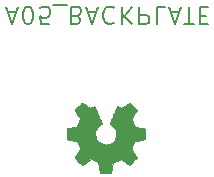
<source format=gbr>
G04 #@! TF.GenerationSoftware,KiCad,Pcbnew,5.1.5-52549c5~86~ubuntu18.04.1*
G04 #@! TF.CreationDate,2020-09-01T14:16:45-05:00*
G04 #@! TF.ProjectId,A05,4130352e-6b69-4636-9164-5f7063625858,rev?*
G04 #@! TF.SameCoordinates,Original*
G04 #@! TF.FileFunction,Legend,Bot*
G04 #@! TF.FilePolarity,Positive*
%FSLAX46Y46*%
G04 Gerber Fmt 4.6, Leading zero omitted, Abs format (unit mm)*
G04 Created by KiCad (PCBNEW 5.1.5-52549c5~86~ubuntu18.04.1) date 2020-09-01 14:16:45*
%MOMM*%
%LPD*%
G04 APERTURE LIST*
%ADD10C,0.150000*%
%ADD11C,0.010000*%
G04 APERTURE END LIST*
D10*
X30514400Y-38637400D02*
X31228685Y-38637400D01*
X30371542Y-38208828D02*
X30871542Y-39708828D01*
X31371542Y-38208828D01*
X32157257Y-39708828D02*
X32300114Y-39708828D01*
X32442971Y-39637400D01*
X32514400Y-39565971D01*
X32585828Y-39423114D01*
X32657257Y-39137400D01*
X32657257Y-38780257D01*
X32585828Y-38494542D01*
X32514400Y-38351685D01*
X32442971Y-38280257D01*
X32300114Y-38208828D01*
X32157257Y-38208828D01*
X32014400Y-38280257D01*
X31942971Y-38351685D01*
X31871542Y-38494542D01*
X31800114Y-38780257D01*
X31800114Y-39137400D01*
X31871542Y-39423114D01*
X31942971Y-39565971D01*
X32014400Y-39637400D01*
X32157257Y-39708828D01*
X34014400Y-39708828D02*
X33300114Y-39708828D01*
X33228685Y-38994542D01*
X33300114Y-39065971D01*
X33442971Y-39137400D01*
X33800114Y-39137400D01*
X33942971Y-39065971D01*
X34014400Y-38994542D01*
X34085828Y-38851685D01*
X34085828Y-38494542D01*
X34014400Y-38351685D01*
X33942971Y-38280257D01*
X33800114Y-38208828D01*
X33442971Y-38208828D01*
X33300114Y-38280257D01*
X33228685Y-38351685D01*
X34371542Y-38065971D02*
X35514400Y-38065971D01*
X36371542Y-38994542D02*
X36585828Y-38923114D01*
X36657257Y-38851685D01*
X36728685Y-38708828D01*
X36728685Y-38494542D01*
X36657257Y-38351685D01*
X36585828Y-38280257D01*
X36442971Y-38208828D01*
X35871542Y-38208828D01*
X35871542Y-39708828D01*
X36371542Y-39708828D01*
X36514400Y-39637400D01*
X36585828Y-39565971D01*
X36657257Y-39423114D01*
X36657257Y-39280257D01*
X36585828Y-39137400D01*
X36514400Y-39065971D01*
X36371542Y-38994542D01*
X35871542Y-38994542D01*
X37300114Y-38637400D02*
X38014400Y-38637400D01*
X37157257Y-38208828D02*
X37657257Y-39708828D01*
X38157257Y-38208828D01*
X39514400Y-38351685D02*
X39442971Y-38280257D01*
X39228685Y-38208828D01*
X39085828Y-38208828D01*
X38871542Y-38280257D01*
X38728685Y-38423114D01*
X38657257Y-38565971D01*
X38585828Y-38851685D01*
X38585828Y-39065971D01*
X38657257Y-39351685D01*
X38728685Y-39494542D01*
X38871542Y-39637400D01*
X39085828Y-39708828D01*
X39228685Y-39708828D01*
X39442971Y-39637400D01*
X39514400Y-39565971D01*
X40157257Y-38208828D02*
X40157257Y-39708828D01*
X41014400Y-38208828D02*
X40371542Y-39065971D01*
X41014400Y-39708828D02*
X40157257Y-38851685D01*
X41657257Y-38208828D02*
X41657257Y-39708828D01*
X42228685Y-39708828D01*
X42371542Y-39637400D01*
X42442971Y-39565971D01*
X42514400Y-39423114D01*
X42514400Y-39208828D01*
X42442971Y-39065971D01*
X42371542Y-38994542D01*
X42228685Y-38923114D01*
X41657257Y-38923114D01*
X43871542Y-38208828D02*
X43157257Y-38208828D01*
X43157257Y-39708828D01*
X44300114Y-38637400D02*
X45014400Y-38637400D01*
X44157257Y-38208828D02*
X44657257Y-39708828D01*
X45157257Y-38208828D01*
X45442971Y-39708828D02*
X46300114Y-39708828D01*
X45871542Y-38208828D02*
X45871542Y-39708828D01*
X46800114Y-38994542D02*
X47300114Y-38994542D01*
X47514400Y-38208828D02*
X46800114Y-38208828D01*
X46800114Y-39708828D01*
X47514400Y-39708828D01*
D11*
G36*
X39367014Y-51832469D02*
G01*
X39450835Y-51387845D01*
X39760120Y-51260347D01*
X40069406Y-51132849D01*
X40440446Y-51385154D01*
X40544357Y-51455404D01*
X40638287Y-51518128D01*
X40717852Y-51570462D01*
X40778670Y-51609543D01*
X40816357Y-51632507D01*
X40826621Y-51637458D01*
X40845110Y-51624724D01*
X40884620Y-51589518D01*
X40940722Y-51536338D01*
X41008987Y-51469682D01*
X41084986Y-51394046D01*
X41164292Y-51313928D01*
X41242475Y-51233826D01*
X41315107Y-51158236D01*
X41377759Y-51091655D01*
X41426003Y-51038582D01*
X41455410Y-51003513D01*
X41462441Y-50991777D01*
X41452323Y-50970140D01*
X41423959Y-50922738D01*
X41380329Y-50854207D01*
X41324418Y-50769185D01*
X41259206Y-50672307D01*
X41221419Y-50617050D01*
X41152543Y-50516152D01*
X41091340Y-50425101D01*
X41040778Y-50348430D01*
X41003828Y-50290672D01*
X40983458Y-50256357D01*
X40980397Y-50249146D01*
X40987336Y-50228652D01*
X41006251Y-50180887D01*
X41034287Y-50112568D01*
X41068591Y-50030411D01*
X41106309Y-49941130D01*
X41144587Y-49851442D01*
X41180570Y-49768062D01*
X41211406Y-49697706D01*
X41234239Y-49647090D01*
X41246217Y-49622929D01*
X41246924Y-49621978D01*
X41265731Y-49617364D01*
X41315818Y-49607072D01*
X41391993Y-49592113D01*
X41489065Y-49573499D01*
X41601843Y-49552241D01*
X41667642Y-49539982D01*
X41788150Y-49517038D01*
X41896997Y-49495205D01*
X41988676Y-49475678D01*
X42057681Y-49459652D01*
X42098504Y-49448321D01*
X42106711Y-49444726D01*
X42114748Y-49420394D01*
X42121233Y-49365441D01*
X42126170Y-49286292D01*
X42129564Y-49189374D01*
X42131418Y-49081113D01*
X42131738Y-48967935D01*
X42130527Y-48856265D01*
X42127790Y-48752532D01*
X42123531Y-48663159D01*
X42117755Y-48594574D01*
X42110467Y-48553203D01*
X42106095Y-48544590D01*
X42079964Y-48534267D01*
X42024593Y-48519508D01*
X41947307Y-48502048D01*
X41855430Y-48483620D01*
X41823358Y-48477659D01*
X41668724Y-48449334D01*
X41546575Y-48426524D01*
X41452873Y-48408320D01*
X41383584Y-48393817D01*
X41334671Y-48382108D01*
X41302097Y-48372285D01*
X41281828Y-48363444D01*
X41269826Y-48354676D01*
X41268147Y-48352943D01*
X41251384Y-48325029D01*
X41225814Y-48270705D01*
X41193988Y-48196623D01*
X41158460Y-48109435D01*
X41121783Y-48015792D01*
X41086511Y-47922348D01*
X41055196Y-47835753D01*
X41030393Y-47762660D01*
X41014654Y-47709722D01*
X41010532Y-47683589D01*
X41010876Y-47682674D01*
X41024841Y-47661314D01*
X41056522Y-47614316D01*
X41102591Y-47546573D01*
X41159718Y-47462977D01*
X41224573Y-47368418D01*
X41243043Y-47341546D01*
X41308899Y-47244125D01*
X41366850Y-47155237D01*
X41413738Y-47079988D01*
X41446407Y-47023480D01*
X41461700Y-46990819D01*
X41462441Y-46986807D01*
X41449592Y-46965716D01*
X41414088Y-46923936D01*
X41360493Y-46865955D01*
X41293371Y-46796265D01*
X41217287Y-46719355D01*
X41136804Y-46639717D01*
X41056487Y-46561839D01*
X40980899Y-46490214D01*
X40914605Y-46429330D01*
X40862169Y-46383679D01*
X40828155Y-46357750D01*
X40818745Y-46353517D01*
X40796843Y-46363488D01*
X40752000Y-46390380D01*
X40691521Y-46429664D01*
X40644989Y-46461283D01*
X40560675Y-46519302D01*
X40460826Y-46587616D01*
X40360673Y-46655821D01*
X40306827Y-46692325D01*
X40124571Y-46815600D01*
X39971581Y-46732880D01*
X39901882Y-46696641D01*
X39842614Y-46668474D01*
X39802511Y-46652409D01*
X39792303Y-46650174D01*
X39780029Y-46666678D01*
X39755813Y-46713318D01*
X39721463Y-46785791D01*
X39678788Y-46879794D01*
X39629594Y-46991026D01*
X39575690Y-47115185D01*
X39518884Y-47247968D01*
X39460982Y-47385073D01*
X39403793Y-47522198D01*
X39349124Y-47655042D01*
X39298784Y-47779302D01*
X39254580Y-47890675D01*
X39218319Y-47984861D01*
X39191809Y-48057556D01*
X39176858Y-48104459D01*
X39174454Y-48120567D01*
X39193511Y-48141114D01*
X39235236Y-48174467D01*
X39290906Y-48213698D01*
X39295578Y-48216801D01*
X39439464Y-48331977D01*
X39555483Y-48466347D01*
X39642630Y-48615616D01*
X39699899Y-48775487D01*
X39726286Y-48941663D01*
X39720785Y-49109848D01*
X39682390Y-49275745D01*
X39610095Y-49435058D01*
X39588826Y-49469913D01*
X39478196Y-49610663D01*
X39347502Y-49723686D01*
X39201264Y-49808397D01*
X39044008Y-49864206D01*
X38880257Y-49890526D01*
X38714533Y-49886770D01*
X38551362Y-49852350D01*
X38395265Y-49786677D01*
X38250767Y-49689165D01*
X38206069Y-49649587D01*
X38092312Y-49525697D01*
X38009418Y-49395276D01*
X37952556Y-49249085D01*
X37920887Y-49104312D01*
X37913069Y-48941540D01*
X37939138Y-48777960D01*
X37996445Y-48619102D01*
X38082344Y-48470494D01*
X38194186Y-48337665D01*
X38329323Y-48226144D01*
X38347083Y-48214389D01*
X38403350Y-48175892D01*
X38446123Y-48142537D01*
X38466572Y-48121240D01*
X38466869Y-48120567D01*
X38462479Y-48097529D01*
X38445076Y-48045243D01*
X38416468Y-47968010D01*
X38378465Y-47870132D01*
X38332874Y-47755909D01*
X38281503Y-47629642D01*
X38226162Y-47495633D01*
X38168658Y-47358182D01*
X38110801Y-47221592D01*
X38054398Y-47090163D01*
X38001258Y-46968195D01*
X37953190Y-46859991D01*
X37912001Y-46769851D01*
X37879501Y-46702077D01*
X37857497Y-46660970D01*
X37848636Y-46650174D01*
X37821560Y-46658581D01*
X37770897Y-46681128D01*
X37705383Y-46713787D01*
X37669359Y-46732880D01*
X37516368Y-46815600D01*
X37334112Y-46692325D01*
X37241075Y-46629172D01*
X37139215Y-46559673D01*
X37043762Y-46494235D01*
X36995950Y-46461283D01*
X36928705Y-46416127D01*
X36871764Y-46380343D01*
X36832554Y-46358462D01*
X36819819Y-46353837D01*
X36801283Y-46366315D01*
X36760259Y-46401148D01*
X36700725Y-46454722D01*
X36626658Y-46523417D01*
X36542035Y-46603619D01*
X36488515Y-46655114D01*
X36394881Y-46747114D01*
X36313959Y-46829401D01*
X36249023Y-46898455D01*
X36203342Y-46950756D01*
X36180189Y-46982784D01*
X36177968Y-46989284D01*
X36188276Y-47014006D01*
X36216761Y-47063995D01*
X36260263Y-47134188D01*
X36315623Y-47219525D01*
X36379680Y-47314944D01*
X36397897Y-47341546D01*
X36464273Y-47438233D01*
X36523822Y-47525283D01*
X36573216Y-47597805D01*
X36609125Y-47650907D01*
X36628219Y-47679697D01*
X36630064Y-47682674D01*
X36627305Y-47705618D01*
X36612662Y-47756064D01*
X36588687Y-47827359D01*
X36557934Y-47912853D01*
X36522956Y-48005893D01*
X36486307Y-48099826D01*
X36450539Y-48188001D01*
X36418206Y-48263766D01*
X36391862Y-48320469D01*
X36374058Y-48351457D01*
X36372793Y-48352943D01*
X36361906Y-48361799D01*
X36343518Y-48370557D01*
X36313594Y-48380123D01*
X36268097Y-48391404D01*
X36202991Y-48405307D01*
X36114239Y-48422737D01*
X35997807Y-48444602D01*
X35849658Y-48471809D01*
X35817582Y-48477659D01*
X35722514Y-48496026D01*
X35639635Y-48513995D01*
X35576270Y-48529831D01*
X35539742Y-48541800D01*
X35534844Y-48544590D01*
X35526773Y-48569328D01*
X35520213Y-48624610D01*
X35515167Y-48704011D01*
X35511641Y-48801104D01*
X35509639Y-48909462D01*
X35509164Y-49022660D01*
X35510223Y-49134272D01*
X35512818Y-49237871D01*
X35516954Y-49327032D01*
X35522637Y-49395328D01*
X35529869Y-49436334D01*
X35534229Y-49444726D01*
X35558502Y-49453192D01*
X35613774Y-49466965D01*
X35694538Y-49484850D01*
X35795288Y-49505652D01*
X35910517Y-49528177D01*
X35973298Y-49539982D01*
X36092413Y-49562249D01*
X36198635Y-49582421D01*
X36286773Y-49599485D01*
X36351634Y-49612431D01*
X36388026Y-49620245D01*
X36394016Y-49621978D01*
X36404139Y-49641510D01*
X36425538Y-49688557D01*
X36455361Y-49756397D01*
X36490755Y-49838309D01*
X36528868Y-49927572D01*
X36566847Y-50017465D01*
X36601840Y-50101265D01*
X36630994Y-50172253D01*
X36651457Y-50223706D01*
X36660377Y-50248903D01*
X36660543Y-50250004D01*
X36650431Y-50269881D01*
X36622083Y-50315623D01*
X36578477Y-50382683D01*
X36522594Y-50466516D01*
X36457413Y-50562574D01*
X36419521Y-50617750D01*
X36350475Y-50718919D01*
X36289150Y-50810770D01*
X36238537Y-50888656D01*
X36201629Y-50947931D01*
X36181418Y-50983949D01*
X36178499Y-50992023D01*
X36191047Y-51010816D01*
X36225737Y-51050943D01*
X36278137Y-51107907D01*
X36343816Y-51177215D01*
X36418344Y-51254369D01*
X36497287Y-51334875D01*
X36576217Y-51414237D01*
X36650700Y-51487960D01*
X36716306Y-51551548D01*
X36768604Y-51600506D01*
X36803161Y-51630339D01*
X36814722Y-51637458D01*
X36833546Y-51627447D01*
X36878569Y-51599322D01*
X36945413Y-51555946D01*
X37029701Y-51500182D01*
X37127056Y-51434894D01*
X37200493Y-51385154D01*
X37571533Y-51132849D01*
X38190105Y-51387845D01*
X38273925Y-51832469D01*
X38357746Y-52277093D01*
X39283194Y-52277093D01*
X39367014Y-51832469D01*
G37*
X39367014Y-51832469D02*
X39450835Y-51387845D01*
X39760120Y-51260347D01*
X40069406Y-51132849D01*
X40440446Y-51385154D01*
X40544357Y-51455404D01*
X40638287Y-51518128D01*
X40717852Y-51570462D01*
X40778670Y-51609543D01*
X40816357Y-51632507D01*
X40826621Y-51637458D01*
X40845110Y-51624724D01*
X40884620Y-51589518D01*
X40940722Y-51536338D01*
X41008987Y-51469682D01*
X41084986Y-51394046D01*
X41164292Y-51313928D01*
X41242475Y-51233826D01*
X41315107Y-51158236D01*
X41377759Y-51091655D01*
X41426003Y-51038582D01*
X41455410Y-51003513D01*
X41462441Y-50991777D01*
X41452323Y-50970140D01*
X41423959Y-50922738D01*
X41380329Y-50854207D01*
X41324418Y-50769185D01*
X41259206Y-50672307D01*
X41221419Y-50617050D01*
X41152543Y-50516152D01*
X41091340Y-50425101D01*
X41040778Y-50348430D01*
X41003828Y-50290672D01*
X40983458Y-50256357D01*
X40980397Y-50249146D01*
X40987336Y-50228652D01*
X41006251Y-50180887D01*
X41034287Y-50112568D01*
X41068591Y-50030411D01*
X41106309Y-49941130D01*
X41144587Y-49851442D01*
X41180570Y-49768062D01*
X41211406Y-49697706D01*
X41234239Y-49647090D01*
X41246217Y-49622929D01*
X41246924Y-49621978D01*
X41265731Y-49617364D01*
X41315818Y-49607072D01*
X41391993Y-49592113D01*
X41489065Y-49573499D01*
X41601843Y-49552241D01*
X41667642Y-49539982D01*
X41788150Y-49517038D01*
X41896997Y-49495205D01*
X41988676Y-49475678D01*
X42057681Y-49459652D01*
X42098504Y-49448321D01*
X42106711Y-49444726D01*
X42114748Y-49420394D01*
X42121233Y-49365441D01*
X42126170Y-49286292D01*
X42129564Y-49189374D01*
X42131418Y-49081113D01*
X42131738Y-48967935D01*
X42130527Y-48856265D01*
X42127790Y-48752532D01*
X42123531Y-48663159D01*
X42117755Y-48594574D01*
X42110467Y-48553203D01*
X42106095Y-48544590D01*
X42079964Y-48534267D01*
X42024593Y-48519508D01*
X41947307Y-48502048D01*
X41855430Y-48483620D01*
X41823358Y-48477659D01*
X41668724Y-48449334D01*
X41546575Y-48426524D01*
X41452873Y-48408320D01*
X41383584Y-48393817D01*
X41334671Y-48382108D01*
X41302097Y-48372285D01*
X41281828Y-48363444D01*
X41269826Y-48354676D01*
X41268147Y-48352943D01*
X41251384Y-48325029D01*
X41225814Y-48270705D01*
X41193988Y-48196623D01*
X41158460Y-48109435D01*
X41121783Y-48015792D01*
X41086511Y-47922348D01*
X41055196Y-47835753D01*
X41030393Y-47762660D01*
X41014654Y-47709722D01*
X41010532Y-47683589D01*
X41010876Y-47682674D01*
X41024841Y-47661314D01*
X41056522Y-47614316D01*
X41102591Y-47546573D01*
X41159718Y-47462977D01*
X41224573Y-47368418D01*
X41243043Y-47341546D01*
X41308899Y-47244125D01*
X41366850Y-47155237D01*
X41413738Y-47079988D01*
X41446407Y-47023480D01*
X41461700Y-46990819D01*
X41462441Y-46986807D01*
X41449592Y-46965716D01*
X41414088Y-46923936D01*
X41360493Y-46865955D01*
X41293371Y-46796265D01*
X41217287Y-46719355D01*
X41136804Y-46639717D01*
X41056487Y-46561839D01*
X40980899Y-46490214D01*
X40914605Y-46429330D01*
X40862169Y-46383679D01*
X40828155Y-46357750D01*
X40818745Y-46353517D01*
X40796843Y-46363488D01*
X40752000Y-46390380D01*
X40691521Y-46429664D01*
X40644989Y-46461283D01*
X40560675Y-46519302D01*
X40460826Y-46587616D01*
X40360673Y-46655821D01*
X40306827Y-46692325D01*
X40124571Y-46815600D01*
X39971581Y-46732880D01*
X39901882Y-46696641D01*
X39842614Y-46668474D01*
X39802511Y-46652409D01*
X39792303Y-46650174D01*
X39780029Y-46666678D01*
X39755813Y-46713318D01*
X39721463Y-46785791D01*
X39678788Y-46879794D01*
X39629594Y-46991026D01*
X39575690Y-47115185D01*
X39518884Y-47247968D01*
X39460982Y-47385073D01*
X39403793Y-47522198D01*
X39349124Y-47655042D01*
X39298784Y-47779302D01*
X39254580Y-47890675D01*
X39218319Y-47984861D01*
X39191809Y-48057556D01*
X39176858Y-48104459D01*
X39174454Y-48120567D01*
X39193511Y-48141114D01*
X39235236Y-48174467D01*
X39290906Y-48213698D01*
X39295578Y-48216801D01*
X39439464Y-48331977D01*
X39555483Y-48466347D01*
X39642630Y-48615616D01*
X39699899Y-48775487D01*
X39726286Y-48941663D01*
X39720785Y-49109848D01*
X39682390Y-49275745D01*
X39610095Y-49435058D01*
X39588826Y-49469913D01*
X39478196Y-49610663D01*
X39347502Y-49723686D01*
X39201264Y-49808397D01*
X39044008Y-49864206D01*
X38880257Y-49890526D01*
X38714533Y-49886770D01*
X38551362Y-49852350D01*
X38395265Y-49786677D01*
X38250767Y-49689165D01*
X38206069Y-49649587D01*
X38092312Y-49525697D01*
X38009418Y-49395276D01*
X37952556Y-49249085D01*
X37920887Y-49104312D01*
X37913069Y-48941540D01*
X37939138Y-48777960D01*
X37996445Y-48619102D01*
X38082344Y-48470494D01*
X38194186Y-48337665D01*
X38329323Y-48226144D01*
X38347083Y-48214389D01*
X38403350Y-48175892D01*
X38446123Y-48142537D01*
X38466572Y-48121240D01*
X38466869Y-48120567D01*
X38462479Y-48097529D01*
X38445076Y-48045243D01*
X38416468Y-47968010D01*
X38378465Y-47870132D01*
X38332874Y-47755909D01*
X38281503Y-47629642D01*
X38226162Y-47495633D01*
X38168658Y-47358182D01*
X38110801Y-47221592D01*
X38054398Y-47090163D01*
X38001258Y-46968195D01*
X37953190Y-46859991D01*
X37912001Y-46769851D01*
X37879501Y-46702077D01*
X37857497Y-46660970D01*
X37848636Y-46650174D01*
X37821560Y-46658581D01*
X37770897Y-46681128D01*
X37705383Y-46713787D01*
X37669359Y-46732880D01*
X37516368Y-46815600D01*
X37334112Y-46692325D01*
X37241075Y-46629172D01*
X37139215Y-46559673D01*
X37043762Y-46494235D01*
X36995950Y-46461283D01*
X36928705Y-46416127D01*
X36871764Y-46380343D01*
X36832554Y-46358462D01*
X36819819Y-46353837D01*
X36801283Y-46366315D01*
X36760259Y-46401148D01*
X36700725Y-46454722D01*
X36626658Y-46523417D01*
X36542035Y-46603619D01*
X36488515Y-46655114D01*
X36394881Y-46747114D01*
X36313959Y-46829401D01*
X36249023Y-46898455D01*
X36203342Y-46950756D01*
X36180189Y-46982784D01*
X36177968Y-46989284D01*
X36188276Y-47014006D01*
X36216761Y-47063995D01*
X36260263Y-47134188D01*
X36315623Y-47219525D01*
X36379680Y-47314944D01*
X36397897Y-47341546D01*
X36464273Y-47438233D01*
X36523822Y-47525283D01*
X36573216Y-47597805D01*
X36609125Y-47650907D01*
X36628219Y-47679697D01*
X36630064Y-47682674D01*
X36627305Y-47705618D01*
X36612662Y-47756064D01*
X36588687Y-47827359D01*
X36557934Y-47912853D01*
X36522956Y-48005893D01*
X36486307Y-48099826D01*
X36450539Y-48188001D01*
X36418206Y-48263766D01*
X36391862Y-48320469D01*
X36374058Y-48351457D01*
X36372793Y-48352943D01*
X36361906Y-48361799D01*
X36343518Y-48370557D01*
X36313594Y-48380123D01*
X36268097Y-48391404D01*
X36202991Y-48405307D01*
X36114239Y-48422737D01*
X35997807Y-48444602D01*
X35849658Y-48471809D01*
X35817582Y-48477659D01*
X35722514Y-48496026D01*
X35639635Y-48513995D01*
X35576270Y-48529831D01*
X35539742Y-48541800D01*
X35534844Y-48544590D01*
X35526773Y-48569328D01*
X35520213Y-48624610D01*
X35515167Y-48704011D01*
X35511641Y-48801104D01*
X35509639Y-48909462D01*
X35509164Y-49022660D01*
X35510223Y-49134272D01*
X35512818Y-49237871D01*
X35516954Y-49327032D01*
X35522637Y-49395328D01*
X35529869Y-49436334D01*
X35534229Y-49444726D01*
X35558502Y-49453192D01*
X35613774Y-49466965D01*
X35694538Y-49484850D01*
X35795288Y-49505652D01*
X35910517Y-49528177D01*
X35973298Y-49539982D01*
X36092413Y-49562249D01*
X36198635Y-49582421D01*
X36286773Y-49599485D01*
X36351634Y-49612431D01*
X36388026Y-49620245D01*
X36394016Y-49621978D01*
X36404139Y-49641510D01*
X36425538Y-49688557D01*
X36455361Y-49756397D01*
X36490755Y-49838309D01*
X36528868Y-49927572D01*
X36566847Y-50017465D01*
X36601840Y-50101265D01*
X36630994Y-50172253D01*
X36651457Y-50223706D01*
X36660377Y-50248903D01*
X36660543Y-50250004D01*
X36650431Y-50269881D01*
X36622083Y-50315623D01*
X36578477Y-50382683D01*
X36522594Y-50466516D01*
X36457413Y-50562574D01*
X36419521Y-50617750D01*
X36350475Y-50718919D01*
X36289150Y-50810770D01*
X36238537Y-50888656D01*
X36201629Y-50947931D01*
X36181418Y-50983949D01*
X36178499Y-50992023D01*
X36191047Y-51010816D01*
X36225737Y-51050943D01*
X36278137Y-51107907D01*
X36343816Y-51177215D01*
X36418344Y-51254369D01*
X36497287Y-51334875D01*
X36576217Y-51414237D01*
X36650700Y-51487960D01*
X36716306Y-51551548D01*
X36768604Y-51600506D01*
X36803161Y-51630339D01*
X36814722Y-51637458D01*
X36833546Y-51627447D01*
X36878569Y-51599322D01*
X36945413Y-51555946D01*
X37029701Y-51500182D01*
X37127056Y-51434894D01*
X37200493Y-51385154D01*
X37571533Y-51132849D01*
X38190105Y-51387845D01*
X38273925Y-51832469D01*
X38357746Y-52277093D01*
X39283194Y-52277093D01*
X39367014Y-51832469D01*
M02*

</source>
